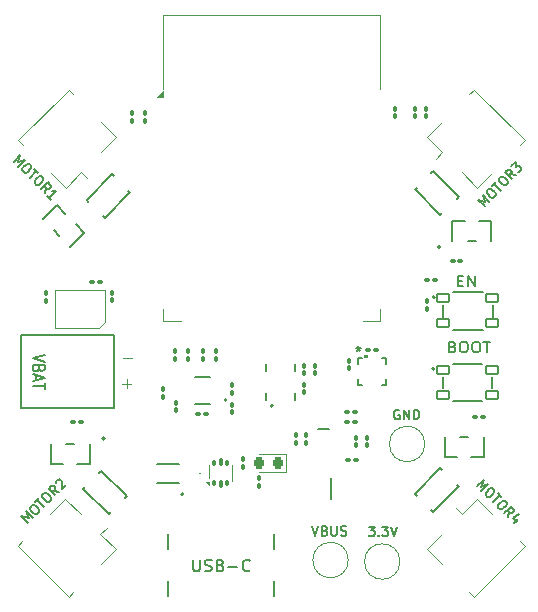
<source format=gto>
G04 #@! TF.GenerationSoftware,KiCad,Pcbnew,9.0.0*
G04 #@! TF.CreationDate,2025-04-10T22:34:47-07:00*
G04 #@! TF.ProjectId,HOPE_ESP32_Drone,484f5045-5f45-4535-9033-325f44726f6e,rev?*
G04 #@! TF.SameCoordinates,Original*
G04 #@! TF.FileFunction,Legend,Top*
G04 #@! TF.FilePolarity,Positive*
%FSLAX46Y46*%
G04 Gerber Fmt 4.6, Leading zero omitted, Abs format (unit mm)*
G04 Created by KiCad (PCBNEW 9.0.0) date 2025-04-10 22:34:47*
%MOMM*%
%LPD*%
G01*
G04 APERTURE LIST*
G04 Aperture macros list*
%AMRoundRect*
0 Rectangle with rounded corners*
0 $1 Rounding radius*
0 $2 $3 $4 $5 $6 $7 $8 $9 X,Y pos of 4 corners*
0 Add a 4 corners polygon primitive as box body*
4,1,4,$2,$3,$4,$5,$6,$7,$8,$9,$2,$3,0*
0 Add four circle primitives for the rounded corners*
1,1,$1+$1,$2,$3*
1,1,$1+$1,$4,$5*
1,1,$1+$1,$6,$7*
1,1,$1+$1,$8,$9*
0 Add four rect primitives between the rounded corners*
20,1,$1+$1,$2,$3,$4,$5,0*
20,1,$1+$1,$4,$5,$6,$7,0*
20,1,$1+$1,$6,$7,$8,$9,0*
20,1,$1+$1,$8,$9,$2,$3,0*%
%AMRotRect*
0 Rectangle, with rotation*
0 The origin of the aperture is its center*
0 $1 length*
0 $2 width*
0 $3 Rotation angle, in degrees counterclockwise*
0 Add horizontal line*
21,1,$1,$2,0,0,$3*%
G04 Aperture macros list end*
%ADD10C,0.100000*%
%ADD11C,0.150000*%
%ADD12C,0.200000*%
%ADD13C,0.120000*%
%ADD14C,0.152400*%
%ADD15C,0.127000*%
%ADD16C,0.000000*%
%ADD17C,0.010000*%
%ADD18RoundRect,0.218750X0.218750X0.256250X-0.218750X0.256250X-0.218750X-0.256250X0.218750X-0.256250X0*%
%ADD19RoundRect,0.100000X0.100000X-0.130000X0.100000X0.130000X-0.100000X0.130000X-0.100000X-0.130000X0*%
%ADD20C,1.320800*%
%ADD21RoundRect,0.100000X-0.100000X0.130000X-0.100000X-0.130000X0.100000X-0.130000X0.100000X0.130000X0*%
%ADD22RoundRect,0.150000X0.388909X-0.601041X0.601041X-0.388909X-0.388909X0.601041X-0.601041X0.388909X0*%
%ADD23RoundRect,0.250000X0.636396X-0.989949X0.989949X-0.636396X-0.636396X0.989949X-0.989949X0.636396X0*%
%ADD24R,0.660400X0.203200*%
%ADD25R,0.990600X1.600200*%
%ADD26RoundRect,0.100000X0.130000X0.100000X-0.130000X0.100000X-0.130000X-0.100000X0.130000X-0.100000X0*%
%ADD27RotRect,0.812800X1.041400X45.000000*%
%ADD28RoundRect,0.150000X-0.601041X-0.388909X-0.388909X-0.601041X0.601041X0.388909X0.388909X0.601041X0*%
%ADD29RoundRect,0.250000X-0.989949X-0.636396X-0.636396X-0.989949X0.989949X0.636396X0.636396X0.989949X0*%
%ADD30C,2.000000*%
%ADD31RotRect,0.812800X1.041400X225.000000*%
%ADD32RoundRect,0.100000X-0.130000X-0.100000X0.130000X-0.100000X0.130000X0.100000X-0.130000X0.100000X0*%
%ADD33R,1.000000X0.800000*%
%ADD34RoundRect,0.150000X0.601041X0.388909X0.388909X0.601041X-0.601041X-0.388909X-0.388909X-0.601041X0*%
%ADD35RoundRect,0.250000X0.989949X0.636396X0.636396X0.989949X-0.989949X-0.636396X-0.636396X-0.989949X0*%
%ADD36RotRect,0.558800X1.320800X315.000000*%
%ADD37R,0.558800X1.320800*%
%ADD38R,0.950000X0.300000*%
%ADD39R,0.910000X1.220000*%
%ADD40R,0.279400X0.254000*%
%ADD41R,0.254000X0.279400*%
%ADD42RoundRect,0.150000X-0.388909X0.601041X-0.601041X0.388909X0.388909X-0.601041X0.601041X-0.388909X0*%
%ADD43RoundRect,0.250000X-0.636396X0.989949X-0.989949X0.636396X0.636396X-0.989949X0.989949X-0.636396X0*%
%ADD44RoundRect,0.102000X-0.525000X-0.325000X0.525000X-0.325000X0.525000X0.325000X-0.525000X0.325000X0*%
%ADD45C,0.650000*%
%ADD46O,1.204000X2.304000*%
%ADD47O,1.204000X2.004000*%
%ADD48RoundRect,0.100000X0.021213X0.162635X-0.162635X-0.021213X-0.021213X-0.162635X0.162635X0.021213X0*%
%ADD49RoundRect,0.093750X0.093750X-0.156250X0.093750X0.156250X-0.093750X0.156250X-0.093750X-0.156250X0*%
%ADD50RoundRect,0.075000X0.075000X-0.250000X0.075000X0.250000X-0.075000X0.250000X-0.075000X-0.250000X0*%
%ADD51RotRect,0.812800X1.041400X135.000000*%
%ADD52RotRect,0.812800X1.041400X315.000000*%
%ADD53R,1.500000X0.900000*%
%ADD54R,0.900000X1.500000*%
%ADD55R,3.900000X3.900000*%
%ADD56R,1.200000X2.200000*%
G04 APERTURE END LIST*
D10*
X113994284Y-74192866D02*
X114756189Y-74192866D01*
D11*
X137378924Y-78588121D02*
X137301514Y-78549416D01*
X137301514Y-78549416D02*
X137185400Y-78549416D01*
X137185400Y-78549416D02*
X137069286Y-78588121D01*
X137069286Y-78588121D02*
X136991876Y-78665531D01*
X136991876Y-78665531D02*
X136953171Y-78742940D01*
X136953171Y-78742940D02*
X136914467Y-78897759D01*
X136914467Y-78897759D02*
X136914467Y-79013873D01*
X136914467Y-79013873D02*
X136953171Y-79168692D01*
X136953171Y-79168692D02*
X136991876Y-79246102D01*
X136991876Y-79246102D02*
X137069286Y-79323512D01*
X137069286Y-79323512D02*
X137185400Y-79362216D01*
X137185400Y-79362216D02*
X137262809Y-79362216D01*
X137262809Y-79362216D02*
X137378924Y-79323512D01*
X137378924Y-79323512D02*
X137417628Y-79284807D01*
X137417628Y-79284807D02*
X137417628Y-79013873D01*
X137417628Y-79013873D02*
X137262809Y-79013873D01*
X137765971Y-79362216D02*
X137765971Y-78549416D01*
X137765971Y-78549416D02*
X138230428Y-79362216D01*
X138230428Y-79362216D02*
X138230428Y-78549416D01*
X138617476Y-79362216D02*
X138617476Y-78549416D01*
X138617476Y-78549416D02*
X138811000Y-78549416D01*
X138811000Y-78549416D02*
X138927114Y-78588121D01*
X138927114Y-78588121D02*
X139004524Y-78665531D01*
X139004524Y-78665531D02*
X139043229Y-78742940D01*
X139043229Y-78742940D02*
X139081933Y-78897759D01*
X139081933Y-78897759D02*
X139081933Y-79013873D01*
X139081933Y-79013873D02*
X139043229Y-79168692D01*
X139043229Y-79168692D02*
X139004524Y-79246102D01*
X139004524Y-79246102D02*
X138927114Y-79323512D01*
X138927114Y-79323512D02*
X138811000Y-79362216D01*
X138811000Y-79362216D02*
X138617476Y-79362216D01*
D12*
X119927473Y-91221619D02*
X119927473Y-92031142D01*
X119927473Y-92031142D02*
X119975092Y-92126380D01*
X119975092Y-92126380D02*
X120022711Y-92174000D01*
X120022711Y-92174000D02*
X120117949Y-92221619D01*
X120117949Y-92221619D02*
X120308425Y-92221619D01*
X120308425Y-92221619D02*
X120403663Y-92174000D01*
X120403663Y-92174000D02*
X120451282Y-92126380D01*
X120451282Y-92126380D02*
X120498901Y-92031142D01*
X120498901Y-92031142D02*
X120498901Y-91221619D01*
X120927473Y-92174000D02*
X121070330Y-92221619D01*
X121070330Y-92221619D02*
X121308425Y-92221619D01*
X121308425Y-92221619D02*
X121403663Y-92174000D01*
X121403663Y-92174000D02*
X121451282Y-92126380D01*
X121451282Y-92126380D02*
X121498901Y-92031142D01*
X121498901Y-92031142D02*
X121498901Y-91935904D01*
X121498901Y-91935904D02*
X121451282Y-91840666D01*
X121451282Y-91840666D02*
X121403663Y-91793047D01*
X121403663Y-91793047D02*
X121308425Y-91745428D01*
X121308425Y-91745428D02*
X121117949Y-91697809D01*
X121117949Y-91697809D02*
X121022711Y-91650190D01*
X121022711Y-91650190D02*
X120975092Y-91602571D01*
X120975092Y-91602571D02*
X120927473Y-91507333D01*
X120927473Y-91507333D02*
X120927473Y-91412095D01*
X120927473Y-91412095D02*
X120975092Y-91316857D01*
X120975092Y-91316857D02*
X121022711Y-91269238D01*
X121022711Y-91269238D02*
X121117949Y-91221619D01*
X121117949Y-91221619D02*
X121356044Y-91221619D01*
X121356044Y-91221619D02*
X121498901Y-91269238D01*
X122260806Y-91697809D02*
X122403663Y-91745428D01*
X122403663Y-91745428D02*
X122451282Y-91793047D01*
X122451282Y-91793047D02*
X122498901Y-91888285D01*
X122498901Y-91888285D02*
X122498901Y-92031142D01*
X122498901Y-92031142D02*
X122451282Y-92126380D01*
X122451282Y-92126380D02*
X122403663Y-92174000D01*
X122403663Y-92174000D02*
X122308425Y-92221619D01*
X122308425Y-92221619D02*
X121927473Y-92221619D01*
X121927473Y-92221619D02*
X121927473Y-91221619D01*
X121927473Y-91221619D02*
X122260806Y-91221619D01*
X122260806Y-91221619D02*
X122356044Y-91269238D01*
X122356044Y-91269238D02*
X122403663Y-91316857D01*
X122403663Y-91316857D02*
X122451282Y-91412095D01*
X122451282Y-91412095D02*
X122451282Y-91507333D01*
X122451282Y-91507333D02*
X122403663Y-91602571D01*
X122403663Y-91602571D02*
X122356044Y-91650190D01*
X122356044Y-91650190D02*
X122260806Y-91697809D01*
X122260806Y-91697809D02*
X121927473Y-91697809D01*
X122927473Y-91840666D02*
X123689378Y-91840666D01*
X124736996Y-92126380D02*
X124689377Y-92174000D01*
X124689377Y-92174000D02*
X124546520Y-92221619D01*
X124546520Y-92221619D02*
X124451282Y-92221619D01*
X124451282Y-92221619D02*
X124308425Y-92174000D01*
X124308425Y-92174000D02*
X124213187Y-92078761D01*
X124213187Y-92078761D02*
X124165568Y-91983523D01*
X124165568Y-91983523D02*
X124117949Y-91793047D01*
X124117949Y-91793047D02*
X124117949Y-91650190D01*
X124117949Y-91650190D02*
X124165568Y-91459714D01*
X124165568Y-91459714D02*
X124213187Y-91364476D01*
X124213187Y-91364476D02*
X124308425Y-91269238D01*
X124308425Y-91269238D02*
X124451282Y-91221619D01*
X124451282Y-91221619D02*
X124546520Y-91221619D01*
X124546520Y-91221619D02*
X124689377Y-91269238D01*
X124689377Y-91269238D02*
X124736996Y-91316857D01*
D10*
X113943484Y-76351866D02*
X114705389Y-76351866D01*
X114324436Y-76732819D02*
X114324436Y-75970914D01*
D11*
X107352180Y-73875900D02*
X106352180Y-74172234D01*
X106352180Y-74172234D02*
X107352180Y-74468567D01*
X106875990Y-75061234D02*
X106828371Y-75188234D01*
X106828371Y-75188234D02*
X106780752Y-75230567D01*
X106780752Y-75230567D02*
X106685514Y-75272900D01*
X106685514Y-75272900D02*
X106542657Y-75272900D01*
X106542657Y-75272900D02*
X106447419Y-75230567D01*
X106447419Y-75230567D02*
X106399800Y-75188234D01*
X106399800Y-75188234D02*
X106352180Y-75103567D01*
X106352180Y-75103567D02*
X106352180Y-74764900D01*
X106352180Y-74764900D02*
X107352180Y-74764900D01*
X107352180Y-74764900D02*
X107352180Y-75061234D01*
X107352180Y-75061234D02*
X107304561Y-75145900D01*
X107304561Y-75145900D02*
X107256942Y-75188234D01*
X107256942Y-75188234D02*
X107161704Y-75230567D01*
X107161704Y-75230567D02*
X107066466Y-75230567D01*
X107066466Y-75230567D02*
X106971228Y-75188234D01*
X106971228Y-75188234D02*
X106923609Y-75145900D01*
X106923609Y-75145900D02*
X106875990Y-75061234D01*
X106875990Y-75061234D02*
X106875990Y-74764900D01*
X106637895Y-75611567D02*
X106637895Y-76034900D01*
X106352180Y-75526900D02*
X107352180Y-75823234D01*
X107352180Y-75823234D02*
X106352180Y-76119567D01*
X107352180Y-76288900D02*
X107352180Y-76796900D01*
X106352180Y-76542900D02*
X107352180Y-76542900D01*
X104744348Y-57563886D02*
X105319085Y-56989149D01*
X105319085Y-56989149D02*
X105100138Y-57591254D01*
X105100138Y-57591254D02*
X105702242Y-57372307D01*
X105702242Y-57372307D02*
X105127506Y-57947043D01*
X106085400Y-57755464D02*
X106194873Y-57864938D01*
X106194873Y-57864938D02*
X106222242Y-57947043D01*
X106222242Y-57947043D02*
X106222242Y-58056517D01*
X106222242Y-58056517D02*
X106140137Y-58193359D01*
X106140137Y-58193359D02*
X105948558Y-58384937D01*
X105948558Y-58384937D02*
X105811716Y-58467043D01*
X105811716Y-58467043D02*
X105702242Y-58467043D01*
X105702242Y-58467043D02*
X105620137Y-58439674D01*
X105620137Y-58439674D02*
X105510663Y-58330201D01*
X105510663Y-58330201D02*
X105483295Y-58248095D01*
X105483295Y-58248095D02*
X105483295Y-58138622D01*
X105483295Y-58138622D02*
X105565400Y-58001780D01*
X105565400Y-58001780D02*
X105756979Y-57810201D01*
X105756979Y-57810201D02*
X105893821Y-57728096D01*
X105893821Y-57728096D02*
X106003295Y-57728096D01*
X106003295Y-57728096D02*
X106085400Y-57755464D01*
X106495926Y-58165990D02*
X106824347Y-58494411D01*
X106085400Y-58904937D02*
X106660136Y-58330201D01*
X107125399Y-58795463D02*
X107234873Y-58904937D01*
X107234873Y-58904937D02*
X107262241Y-58987042D01*
X107262241Y-58987042D02*
X107262241Y-59096516D01*
X107262241Y-59096516D02*
X107180136Y-59233358D01*
X107180136Y-59233358D02*
X106988557Y-59424937D01*
X106988557Y-59424937D02*
X106851715Y-59507042D01*
X106851715Y-59507042D02*
X106742241Y-59507042D01*
X106742241Y-59507042D02*
X106660136Y-59479673D01*
X106660136Y-59479673D02*
X106550663Y-59370200D01*
X106550663Y-59370200D02*
X106523294Y-59288095D01*
X106523294Y-59288095D02*
X106523294Y-59178621D01*
X106523294Y-59178621D02*
X106605399Y-59041779D01*
X106605399Y-59041779D02*
X106796978Y-58850200D01*
X106796978Y-58850200D02*
X106933820Y-58768095D01*
X106933820Y-58768095D02*
X107043294Y-58768095D01*
X107043294Y-58768095D02*
X107125399Y-58795463D01*
X107371715Y-60191252D02*
X107453820Y-59725989D01*
X107043294Y-59862831D02*
X107618030Y-59288095D01*
X107618030Y-59288095D02*
X107836978Y-59507042D01*
X107836978Y-59507042D02*
X107864346Y-59589147D01*
X107864346Y-59589147D02*
X107864346Y-59643884D01*
X107864346Y-59643884D02*
X107836978Y-59725989D01*
X107836978Y-59725989D02*
X107754872Y-59808094D01*
X107754872Y-59808094D02*
X107672767Y-59835463D01*
X107672767Y-59835463D02*
X107618030Y-59835463D01*
X107618030Y-59835463D02*
X107535925Y-59808094D01*
X107535925Y-59808094D02*
X107316978Y-59589147D01*
X107919083Y-60738620D02*
X107590662Y-60410199D01*
X107754872Y-60574409D02*
X108329609Y-59999673D01*
X108329609Y-59999673D02*
X108192767Y-60027041D01*
X108192767Y-60027041D02*
X108083293Y-60027041D01*
X108083293Y-60027041D02*
X108001188Y-59999673D01*
X144635087Y-61320851D02*
X144060350Y-60746114D01*
X144060350Y-60746114D02*
X144662455Y-60965061D01*
X144662455Y-60965061D02*
X144443508Y-60362957D01*
X144443508Y-60362957D02*
X145018244Y-60937693D01*
X144826665Y-59979799D02*
X144936139Y-59870326D01*
X144936139Y-59870326D02*
X145018244Y-59842957D01*
X145018244Y-59842957D02*
X145127718Y-59842957D01*
X145127718Y-59842957D02*
X145264560Y-59925062D01*
X145264560Y-59925062D02*
X145456138Y-60116641D01*
X145456138Y-60116641D02*
X145538244Y-60253483D01*
X145538244Y-60253483D02*
X145538244Y-60362957D01*
X145538244Y-60362957D02*
X145510875Y-60445062D01*
X145510875Y-60445062D02*
X145401402Y-60554536D01*
X145401402Y-60554536D02*
X145319296Y-60581904D01*
X145319296Y-60581904D02*
X145209823Y-60581904D01*
X145209823Y-60581904D02*
X145072981Y-60499799D01*
X145072981Y-60499799D02*
X144881402Y-60308220D01*
X144881402Y-60308220D02*
X144799297Y-60171378D01*
X144799297Y-60171378D02*
X144799297Y-60061904D01*
X144799297Y-60061904D02*
X144826665Y-59979799D01*
X145237191Y-59569273D02*
X145565612Y-59240852D01*
X145976138Y-59979799D02*
X145401402Y-59405063D01*
X145866664Y-58939800D02*
X145976138Y-58830326D01*
X145976138Y-58830326D02*
X146058243Y-58802958D01*
X146058243Y-58802958D02*
X146167717Y-58802958D01*
X146167717Y-58802958D02*
X146304559Y-58885063D01*
X146304559Y-58885063D02*
X146496138Y-59076642D01*
X146496138Y-59076642D02*
X146578243Y-59213484D01*
X146578243Y-59213484D02*
X146578243Y-59322958D01*
X146578243Y-59322958D02*
X146550874Y-59405063D01*
X146550874Y-59405063D02*
X146441401Y-59514536D01*
X146441401Y-59514536D02*
X146359296Y-59541905D01*
X146359296Y-59541905D02*
X146249822Y-59541905D01*
X146249822Y-59541905D02*
X146112980Y-59459800D01*
X146112980Y-59459800D02*
X145921401Y-59268221D01*
X145921401Y-59268221D02*
X145839296Y-59131379D01*
X145839296Y-59131379D02*
X145839296Y-59021905D01*
X145839296Y-59021905D02*
X145866664Y-58939800D01*
X147262453Y-58693484D02*
X146797190Y-58611379D01*
X146934032Y-59021905D02*
X146359296Y-58447169D01*
X146359296Y-58447169D02*
X146578243Y-58228221D01*
X146578243Y-58228221D02*
X146660348Y-58200853D01*
X146660348Y-58200853D02*
X146715085Y-58200853D01*
X146715085Y-58200853D02*
X146797190Y-58228221D01*
X146797190Y-58228221D02*
X146879295Y-58310327D01*
X146879295Y-58310327D02*
X146906664Y-58392432D01*
X146906664Y-58392432D02*
X146906664Y-58447169D01*
X146906664Y-58447169D02*
X146879295Y-58529274D01*
X146879295Y-58529274D02*
X146660348Y-58748221D01*
X146879295Y-57927169D02*
X147235084Y-57571380D01*
X147235084Y-57571380D02*
X147262453Y-57981906D01*
X147262453Y-57981906D02*
X147344558Y-57899801D01*
X147344558Y-57899801D02*
X147426663Y-57872432D01*
X147426663Y-57872432D02*
X147481400Y-57872432D01*
X147481400Y-57872432D02*
X147563505Y-57899801D01*
X147563505Y-57899801D02*
X147700347Y-58036643D01*
X147700347Y-58036643D02*
X147727716Y-58118748D01*
X147727716Y-58118748D02*
X147727716Y-58173485D01*
X147727716Y-58173485D02*
X147700347Y-58255590D01*
X147700347Y-58255590D02*
X147536137Y-58419800D01*
X147536137Y-58419800D02*
X147454032Y-58447169D01*
X147454032Y-58447169D02*
X147399295Y-58447169D01*
X134791752Y-88430016D02*
X135294914Y-88430016D01*
X135294914Y-88430016D02*
X135023980Y-88739654D01*
X135023980Y-88739654D02*
X135140095Y-88739654D01*
X135140095Y-88739654D02*
X135217504Y-88778359D01*
X135217504Y-88778359D02*
X135256209Y-88817064D01*
X135256209Y-88817064D02*
X135294914Y-88894473D01*
X135294914Y-88894473D02*
X135294914Y-89087997D01*
X135294914Y-89087997D02*
X135256209Y-89165407D01*
X135256209Y-89165407D02*
X135217504Y-89204112D01*
X135217504Y-89204112D02*
X135140095Y-89242816D01*
X135140095Y-89242816D02*
X134907866Y-89242816D01*
X134907866Y-89242816D02*
X134830457Y-89204112D01*
X134830457Y-89204112D02*
X134791752Y-89165407D01*
X135643256Y-89165407D02*
X135681961Y-89204112D01*
X135681961Y-89204112D02*
X135643256Y-89242816D01*
X135643256Y-89242816D02*
X135604552Y-89204112D01*
X135604552Y-89204112D02*
X135643256Y-89165407D01*
X135643256Y-89165407D02*
X135643256Y-89242816D01*
X135952895Y-88430016D02*
X136456057Y-88430016D01*
X136456057Y-88430016D02*
X136185123Y-88739654D01*
X136185123Y-88739654D02*
X136301238Y-88739654D01*
X136301238Y-88739654D02*
X136378647Y-88778359D01*
X136378647Y-88778359D02*
X136417352Y-88817064D01*
X136417352Y-88817064D02*
X136456057Y-88894473D01*
X136456057Y-88894473D02*
X136456057Y-89087997D01*
X136456057Y-89087997D02*
X136417352Y-89165407D01*
X136417352Y-89165407D02*
X136378647Y-89204112D01*
X136378647Y-89204112D02*
X136301238Y-89242816D01*
X136301238Y-89242816D02*
X136069009Y-89242816D01*
X136069009Y-89242816D02*
X135991600Y-89204112D01*
X135991600Y-89204112D02*
X135952895Y-89165407D01*
X136688285Y-88430016D02*
X136959218Y-89242816D01*
X136959218Y-89242816D02*
X137230152Y-88430016D01*
X105976286Y-88092451D02*
X105401549Y-87517714D01*
X105401549Y-87517714D02*
X106003654Y-87736661D01*
X106003654Y-87736661D02*
X105784707Y-87134557D01*
X105784707Y-87134557D02*
X106359443Y-87709293D01*
X106167864Y-86751399D02*
X106277338Y-86641926D01*
X106277338Y-86641926D02*
X106359443Y-86614557D01*
X106359443Y-86614557D02*
X106468917Y-86614557D01*
X106468917Y-86614557D02*
X106605759Y-86696662D01*
X106605759Y-86696662D02*
X106797337Y-86888241D01*
X106797337Y-86888241D02*
X106879443Y-87025083D01*
X106879443Y-87025083D02*
X106879443Y-87134557D01*
X106879443Y-87134557D02*
X106852074Y-87216662D01*
X106852074Y-87216662D02*
X106742601Y-87326136D01*
X106742601Y-87326136D02*
X106660495Y-87353504D01*
X106660495Y-87353504D02*
X106551022Y-87353504D01*
X106551022Y-87353504D02*
X106414180Y-87271399D01*
X106414180Y-87271399D02*
X106222601Y-87079820D01*
X106222601Y-87079820D02*
X106140496Y-86942978D01*
X106140496Y-86942978D02*
X106140496Y-86833504D01*
X106140496Y-86833504D02*
X106167864Y-86751399D01*
X106578390Y-86340873D02*
X106906811Y-86012452D01*
X107317337Y-86751399D02*
X106742601Y-86176663D01*
X107207863Y-85711400D02*
X107317337Y-85601926D01*
X107317337Y-85601926D02*
X107399442Y-85574558D01*
X107399442Y-85574558D02*
X107508916Y-85574558D01*
X107508916Y-85574558D02*
X107645758Y-85656663D01*
X107645758Y-85656663D02*
X107837337Y-85848242D01*
X107837337Y-85848242D02*
X107919442Y-85985084D01*
X107919442Y-85985084D02*
X107919442Y-86094558D01*
X107919442Y-86094558D02*
X107892073Y-86176663D01*
X107892073Y-86176663D02*
X107782600Y-86286136D01*
X107782600Y-86286136D02*
X107700495Y-86313505D01*
X107700495Y-86313505D02*
X107591021Y-86313505D01*
X107591021Y-86313505D02*
X107454179Y-86231400D01*
X107454179Y-86231400D02*
X107262600Y-86039821D01*
X107262600Y-86039821D02*
X107180495Y-85902979D01*
X107180495Y-85902979D02*
X107180495Y-85793505D01*
X107180495Y-85793505D02*
X107207863Y-85711400D01*
X108603652Y-85465084D02*
X108138389Y-85382979D01*
X108275231Y-85793505D02*
X107700495Y-85218769D01*
X107700495Y-85218769D02*
X107919442Y-84999821D01*
X107919442Y-84999821D02*
X108001547Y-84972453D01*
X108001547Y-84972453D02*
X108056284Y-84972453D01*
X108056284Y-84972453D02*
X108138389Y-84999821D01*
X108138389Y-84999821D02*
X108220494Y-85081927D01*
X108220494Y-85081927D02*
X108247863Y-85164032D01*
X108247863Y-85164032D02*
X108247863Y-85218769D01*
X108247863Y-85218769D02*
X108220494Y-85300874D01*
X108220494Y-85300874D02*
X108001547Y-85519821D01*
X108302599Y-84726137D02*
X108302599Y-84671401D01*
X108302599Y-84671401D02*
X108329968Y-84589295D01*
X108329968Y-84589295D02*
X108466810Y-84452453D01*
X108466810Y-84452453D02*
X108548915Y-84425085D01*
X108548915Y-84425085D02*
X108603652Y-84425085D01*
X108603652Y-84425085D02*
X108685757Y-84452453D01*
X108685757Y-84452453D02*
X108740494Y-84507190D01*
X108740494Y-84507190D02*
X108795231Y-84616664D01*
X108795231Y-84616664D02*
X108795231Y-85273505D01*
X108795231Y-85273505D02*
X109151020Y-84917716D01*
X133920801Y-73165619D02*
X133920801Y-73403714D01*
X133682706Y-73308476D02*
X133920801Y-73403714D01*
X133920801Y-73403714D02*
X134158896Y-73308476D01*
X133777944Y-73594190D02*
X133920801Y-73403714D01*
X133920801Y-73403714D02*
X134063658Y-73594190D01*
X143961948Y-85021286D02*
X144536685Y-84446549D01*
X144536685Y-84446549D02*
X144317738Y-85048654D01*
X144317738Y-85048654D02*
X144919842Y-84829707D01*
X144919842Y-84829707D02*
X144345106Y-85404443D01*
X145303000Y-85212864D02*
X145412473Y-85322338D01*
X145412473Y-85322338D02*
X145439842Y-85404443D01*
X145439842Y-85404443D02*
X145439842Y-85513917D01*
X145439842Y-85513917D02*
X145357737Y-85650759D01*
X145357737Y-85650759D02*
X145166158Y-85842337D01*
X145166158Y-85842337D02*
X145029316Y-85924443D01*
X145029316Y-85924443D02*
X144919842Y-85924443D01*
X144919842Y-85924443D02*
X144837737Y-85897074D01*
X144837737Y-85897074D02*
X144728263Y-85787601D01*
X144728263Y-85787601D02*
X144700895Y-85705495D01*
X144700895Y-85705495D02*
X144700895Y-85596022D01*
X144700895Y-85596022D02*
X144783000Y-85459180D01*
X144783000Y-85459180D02*
X144974579Y-85267601D01*
X144974579Y-85267601D02*
X145111421Y-85185496D01*
X145111421Y-85185496D02*
X145220895Y-85185496D01*
X145220895Y-85185496D02*
X145303000Y-85212864D01*
X145713526Y-85623390D02*
X146041947Y-85951811D01*
X145303000Y-86362337D02*
X145877736Y-85787601D01*
X146342999Y-86252863D02*
X146452473Y-86362337D01*
X146452473Y-86362337D02*
X146479841Y-86444442D01*
X146479841Y-86444442D02*
X146479841Y-86553916D01*
X146479841Y-86553916D02*
X146397736Y-86690758D01*
X146397736Y-86690758D02*
X146206157Y-86882337D01*
X146206157Y-86882337D02*
X146069315Y-86964442D01*
X146069315Y-86964442D02*
X145959841Y-86964442D01*
X145959841Y-86964442D02*
X145877736Y-86937073D01*
X145877736Y-86937073D02*
X145768263Y-86827600D01*
X145768263Y-86827600D02*
X145740894Y-86745495D01*
X145740894Y-86745495D02*
X145740894Y-86636021D01*
X145740894Y-86636021D02*
X145822999Y-86499179D01*
X145822999Y-86499179D02*
X146014578Y-86307600D01*
X146014578Y-86307600D02*
X146151420Y-86225495D01*
X146151420Y-86225495D02*
X146260894Y-86225495D01*
X146260894Y-86225495D02*
X146342999Y-86252863D01*
X146589315Y-87648652D02*
X146671420Y-87183389D01*
X146260894Y-87320231D02*
X146835630Y-86745495D01*
X146835630Y-86745495D02*
X147054578Y-86964442D01*
X147054578Y-86964442D02*
X147081946Y-87046547D01*
X147081946Y-87046547D02*
X147081946Y-87101284D01*
X147081946Y-87101284D02*
X147054578Y-87183389D01*
X147054578Y-87183389D02*
X146972472Y-87265494D01*
X146972472Y-87265494D02*
X146890367Y-87292863D01*
X146890367Y-87292863D02*
X146835630Y-87292863D01*
X146835630Y-87292863D02*
X146753525Y-87265494D01*
X146753525Y-87265494D02*
X146534578Y-87046547D01*
X147465104Y-87758125D02*
X147081946Y-88141283D01*
X147547209Y-87402336D02*
X146999841Y-87676020D01*
X146999841Y-87676020D02*
X147355630Y-88031809D01*
X142338931Y-67628802D02*
X142672794Y-67628802D01*
X142815879Y-68094469D02*
X142338931Y-68094469D01*
X142338931Y-68094469D02*
X142338931Y-67205469D01*
X142338931Y-67205469D02*
X142815879Y-67205469D01*
X143245132Y-68094469D02*
X143245132Y-67205469D01*
X143245132Y-67205469D02*
X143817469Y-68094469D01*
X143817469Y-68094469D02*
X143817469Y-67205469D01*
X141896697Y-73216802D02*
X142039782Y-73259136D01*
X142039782Y-73259136D02*
X142087476Y-73301469D01*
X142087476Y-73301469D02*
X142135171Y-73386136D01*
X142135171Y-73386136D02*
X142135171Y-73513136D01*
X142135171Y-73513136D02*
X142087476Y-73597802D01*
X142087476Y-73597802D02*
X142039782Y-73640136D01*
X142039782Y-73640136D02*
X141944392Y-73682469D01*
X141944392Y-73682469D02*
X141562834Y-73682469D01*
X141562834Y-73682469D02*
X141562834Y-72793469D01*
X141562834Y-72793469D02*
X141896697Y-72793469D01*
X141896697Y-72793469D02*
X141992087Y-72835802D01*
X141992087Y-72835802D02*
X142039782Y-72878136D01*
X142039782Y-72878136D02*
X142087476Y-72962802D01*
X142087476Y-72962802D02*
X142087476Y-73047469D01*
X142087476Y-73047469D02*
X142039782Y-73132136D01*
X142039782Y-73132136D02*
X141992087Y-73174469D01*
X141992087Y-73174469D02*
X141896697Y-73216802D01*
X141896697Y-73216802D02*
X141562834Y-73216802D01*
X142755204Y-72793469D02*
X142945983Y-72793469D01*
X142945983Y-72793469D02*
X143041373Y-72835802D01*
X143041373Y-72835802D02*
X143136762Y-72920469D01*
X143136762Y-72920469D02*
X143184457Y-73089802D01*
X143184457Y-73089802D02*
X143184457Y-73386136D01*
X143184457Y-73386136D02*
X143136762Y-73555469D01*
X143136762Y-73555469D02*
X143041373Y-73640136D01*
X143041373Y-73640136D02*
X142945983Y-73682469D01*
X142945983Y-73682469D02*
X142755204Y-73682469D01*
X142755204Y-73682469D02*
X142659814Y-73640136D01*
X142659814Y-73640136D02*
X142564425Y-73555469D01*
X142564425Y-73555469D02*
X142516730Y-73386136D01*
X142516730Y-73386136D02*
X142516730Y-73089802D01*
X142516730Y-73089802D02*
X142564425Y-72920469D01*
X142564425Y-72920469D02*
X142659814Y-72835802D01*
X142659814Y-72835802D02*
X142755204Y-72793469D01*
X143804490Y-72793469D02*
X143995269Y-72793469D01*
X143995269Y-72793469D02*
X144090659Y-72835802D01*
X144090659Y-72835802D02*
X144186048Y-72920469D01*
X144186048Y-72920469D02*
X144233743Y-73089802D01*
X144233743Y-73089802D02*
X144233743Y-73386136D01*
X144233743Y-73386136D02*
X144186048Y-73555469D01*
X144186048Y-73555469D02*
X144090659Y-73640136D01*
X144090659Y-73640136D02*
X143995269Y-73682469D01*
X143995269Y-73682469D02*
X143804490Y-73682469D01*
X143804490Y-73682469D02*
X143709100Y-73640136D01*
X143709100Y-73640136D02*
X143613711Y-73555469D01*
X143613711Y-73555469D02*
X143566016Y-73386136D01*
X143566016Y-73386136D02*
X143566016Y-73089802D01*
X143566016Y-73089802D02*
X143613711Y-72920469D01*
X143613711Y-72920469D02*
X143709100Y-72835802D01*
X143709100Y-72835802D02*
X143804490Y-72793469D01*
X144519912Y-72793469D02*
X145092250Y-72793469D01*
X144806081Y-73682469D02*
X144806081Y-72793469D01*
X130005666Y-88379216D02*
X130276599Y-89192016D01*
X130276599Y-89192016D02*
X130547533Y-88379216D01*
X131089400Y-88766264D02*
X131205514Y-88804969D01*
X131205514Y-88804969D02*
X131244219Y-88843673D01*
X131244219Y-88843673D02*
X131282923Y-88921083D01*
X131282923Y-88921083D02*
X131282923Y-89037197D01*
X131282923Y-89037197D02*
X131244219Y-89114607D01*
X131244219Y-89114607D02*
X131205514Y-89153312D01*
X131205514Y-89153312D02*
X131128104Y-89192016D01*
X131128104Y-89192016D02*
X130818466Y-89192016D01*
X130818466Y-89192016D02*
X130818466Y-88379216D01*
X130818466Y-88379216D02*
X131089400Y-88379216D01*
X131089400Y-88379216D02*
X131166809Y-88417921D01*
X131166809Y-88417921D02*
X131205514Y-88456626D01*
X131205514Y-88456626D02*
X131244219Y-88534035D01*
X131244219Y-88534035D02*
X131244219Y-88611445D01*
X131244219Y-88611445D02*
X131205514Y-88688854D01*
X131205514Y-88688854D02*
X131166809Y-88727559D01*
X131166809Y-88727559D02*
X131089400Y-88766264D01*
X131089400Y-88766264D02*
X130818466Y-88766264D01*
X131631266Y-88379216D02*
X131631266Y-89037197D01*
X131631266Y-89037197D02*
X131669971Y-89114607D01*
X131669971Y-89114607D02*
X131708676Y-89153312D01*
X131708676Y-89153312D02*
X131786085Y-89192016D01*
X131786085Y-89192016D02*
X131940904Y-89192016D01*
X131940904Y-89192016D02*
X132018314Y-89153312D01*
X132018314Y-89153312D02*
X132057019Y-89114607D01*
X132057019Y-89114607D02*
X132095723Y-89037197D01*
X132095723Y-89037197D02*
X132095723Y-88379216D01*
X132444067Y-89153312D02*
X132560181Y-89192016D01*
X132560181Y-89192016D02*
X132753705Y-89192016D01*
X132753705Y-89192016D02*
X132831114Y-89153312D01*
X132831114Y-89153312D02*
X132869819Y-89114607D01*
X132869819Y-89114607D02*
X132908524Y-89037197D01*
X132908524Y-89037197D02*
X132908524Y-88959788D01*
X132908524Y-88959788D02*
X132869819Y-88882378D01*
X132869819Y-88882378D02*
X132831114Y-88843673D01*
X132831114Y-88843673D02*
X132753705Y-88804969D01*
X132753705Y-88804969D02*
X132598886Y-88766264D01*
X132598886Y-88766264D02*
X132521476Y-88727559D01*
X132521476Y-88727559D02*
X132482771Y-88688854D01*
X132482771Y-88688854D02*
X132444067Y-88611445D01*
X132444067Y-88611445D02*
X132444067Y-88534035D01*
X132444067Y-88534035D02*
X132482771Y-88456626D01*
X132482771Y-88456626D02*
X132521476Y-88417921D01*
X132521476Y-88417921D02*
X132598886Y-88379216D01*
X132598886Y-88379216D02*
X132792409Y-88379216D01*
X132792409Y-88379216D02*
X132908524Y-88417921D01*
D13*
G04 #@! TO.C,D8*
X125539600Y-83767600D02*
X127824600Y-83767600D01*
X127824600Y-82297600D02*
X125539600Y-82297600D01*
X127824600Y-83767600D02*
X127824600Y-82297600D01*
D14*
G04 #@! TO.C,VBAT*
X105348400Y-72237600D02*
X105348400Y-78384400D01*
X105348400Y-78384400D02*
X113197000Y-78384400D01*
X113197000Y-72237600D02*
X105348400Y-72237600D01*
X113197000Y-78384400D02*
X113197000Y-72237600D01*
D15*
G04 #@! TO.C,MT1*
X126082100Y-74700000D02*
X126137100Y-74700000D01*
X126082100Y-75255000D02*
X126082100Y-74700000D01*
X126082100Y-77700000D02*
X126082100Y-77145000D01*
X126137100Y-77700000D02*
X126082100Y-77700000D01*
X128582100Y-74700000D02*
X128527100Y-74700000D01*
X128582100Y-74700000D02*
X128582100Y-75255000D01*
X128582100Y-77145000D02*
X128582100Y-77700000D01*
X128582100Y-77700000D02*
X128527100Y-77700000D01*
D12*
X126682100Y-78200000D02*
G75*
G02*
X126482100Y-78200000I-100000J0D01*
G01*
X126482100Y-78200000D02*
G75*
G02*
X126682100Y-78200000I100000J0D01*
G01*
D13*
G04 #@! TO.C,MOTOR1*
X105124363Y-55720902D02*
X109416502Y-51428763D01*
X105513272Y-56109810D02*
X105124363Y-55720902D01*
X107860867Y-58457405D02*
X109133659Y-59730197D01*
X109133659Y-59730197D02*
X110441806Y-58422050D01*
X109416502Y-51428763D02*
X109805410Y-51817672D01*
X110441806Y-58422050D02*
X110965065Y-58945309D01*
X112153005Y-54165267D02*
X113425797Y-55438059D01*
X113425797Y-55438059D02*
X112117650Y-56746206D01*
D14*
G04 #@! TO.C,U4*
X120135372Y-78092300D02*
X121374178Y-78092300D01*
X121374178Y-75730100D02*
X120135372Y-75730100D01*
X122767725Y-77711300D02*
G75*
G02*
X122564525Y-77711300I-101600J0D01*
G01*
X122564525Y-77711300D02*
G75*
G02*
X122767725Y-77711300I101600J0D01*
G01*
G04 #@! TO.C,CR3*
X138722647Y-85658309D02*
X138882496Y-85818158D01*
X140089442Y-87025104D02*
X140249291Y-87184953D01*
X140249291Y-87184953D02*
X142404553Y-85029691D01*
X140877909Y-83503047D02*
X138722647Y-85658309D01*
X141037758Y-83662896D02*
X140877909Y-83503047D01*
X142404553Y-85029691D02*
X142244704Y-84869842D01*
D13*
G04 #@! TO.C,MOTOR3*
X139707252Y-55446431D02*
X141015399Y-56754578D01*
X140980044Y-54173639D02*
X139707252Y-55446431D01*
X141015399Y-56754578D02*
X140492140Y-57277837D01*
X143327639Y-51826044D02*
X143716547Y-51437135D01*
X143716547Y-51437135D02*
X148008686Y-55729274D01*
X143999390Y-59738569D02*
X142691243Y-58430422D01*
X145272182Y-58465777D02*
X143999390Y-59738569D01*
X148008686Y-55729274D02*
X147619777Y-56118182D01*
G04 #@! TO.C,3.3V*
X137440800Y-91389200D02*
G75*
G02*
X134440800Y-91389200I-1500000J0D01*
G01*
X134440800Y-91389200D02*
G75*
G02*
X137440800Y-91389200I1500000J0D01*
G01*
D14*
G04 #@! TO.C,CR1*
X110909647Y-60766309D02*
X111069496Y-60926158D01*
X112276442Y-62133104D02*
X112436291Y-62292953D01*
X112436291Y-62292953D02*
X114591553Y-60137691D01*
X113064909Y-58611047D02*
X110909647Y-60766309D01*
X113224758Y-58770896D02*
X113064909Y-58611047D01*
X114591553Y-60137691D02*
X114431704Y-59977842D01*
D13*
G04 #@! TO.C,D1*
X108243000Y-68416600D02*
X108243000Y-71616600D01*
X111943000Y-71616600D02*
X108243000Y-71616600D01*
X112443000Y-68416600D02*
X108243000Y-68416600D01*
X112443000Y-68416600D02*
X112443000Y-71116600D01*
X112443000Y-71116600D02*
X111943000Y-71616600D01*
G04 #@! TO.C,MOTOR2*
X105098963Y-90075099D02*
X105487872Y-89686191D01*
X107835467Y-87338596D02*
X109108259Y-86065804D01*
X109108259Y-86065804D02*
X110416406Y-87373951D01*
X109391102Y-94367238D02*
X105098963Y-90075099D01*
X109780010Y-93978329D02*
X109391102Y-94367238D01*
X112092250Y-89049795D02*
X112615509Y-88526536D01*
X112127605Y-91630734D02*
X113400397Y-90357942D01*
X113400397Y-90357942D02*
X112092250Y-89049795D01*
D14*
G04 #@! TO.C,MOSFET1*
X108146103Y-63314136D02*
X108618464Y-63786497D01*
X108382283Y-61215450D02*
X107214850Y-62382883D01*
X109116868Y-61950035D02*
X108382283Y-61215450D01*
X109549717Y-64717750D02*
X110717150Y-63550317D01*
X110717150Y-63550317D02*
X109982565Y-62815732D01*
G04 #@! TO.C,MOSFET2*
X107873800Y-81470500D02*
X107873800Y-83121500D01*
X107873800Y-83121500D02*
X108912660Y-83121500D01*
X109858810Y-81470500D02*
X109190790Y-81470500D01*
X110136940Y-83121500D02*
X111175800Y-83121500D01*
X111175800Y-83121500D02*
X111175800Y-81470500D01*
X112445800Y-80975200D02*
G75*
G02*
X112191800Y-80975200I-127000J0D01*
G01*
X112191800Y-80975200D02*
G75*
G02*
X112445800Y-80975200I127000J0D01*
G01*
D12*
G04 #@! TO.C,IC2*
X130479600Y-80161000D02*
X131429600Y-80161000D01*
G04 #@! TO.C,D3*
X118772600Y-83096600D02*
X116888600Y-83096600D01*
X118772600Y-84746600D02*
X116888600Y-84746600D01*
D10*
X120430600Y-83921600D02*
X120430600Y-83921600D01*
X120530600Y-83921600D02*
X120530600Y-83921600D01*
X120430600Y-83921600D02*
G75*
G02*
X120530600Y-83921600I50000J0D01*
G01*
X120530600Y-83921600D02*
G75*
G02*
X120430600Y-83921600I-50000J0D01*
G01*
D14*
G04 #@! TO.C,U7*
X133925500Y-74155300D02*
X133925500Y-74692220D01*
X133925500Y-75929780D02*
X133925500Y-76466700D01*
X133925500Y-76466700D02*
X134212420Y-76466700D01*
X134212420Y-74155300D02*
X133925500Y-74155300D01*
X135949980Y-76466700D02*
X136236900Y-76466700D01*
X136236900Y-74155300D02*
X135949980Y-74155300D01*
X136236900Y-74692220D02*
X136236900Y-74155300D01*
X136236900Y-76466700D02*
X136236900Y-75929780D01*
D16*
G36*
X134771701Y-74129900D02*
G01*
X134390701Y-74129900D01*
X134390701Y-73875900D01*
X134771701Y-73875900D01*
X134771701Y-74129900D01*
G37*
D13*
G04 #@! TO.C,MOTOR4*
X139710604Y-90357942D02*
X141018751Y-89049795D01*
X140983396Y-91630734D02*
X139710604Y-90357942D01*
X142694595Y-87373951D02*
X142171336Y-86850692D01*
X143719899Y-94367238D02*
X143330991Y-93978329D01*
X144002742Y-86065804D02*
X142694595Y-87373951D01*
X145275534Y-87338596D02*
X144002742Y-86065804D01*
X147623129Y-89686191D02*
X148012038Y-90075099D01*
X148012038Y-90075099D02*
X143719899Y-94367238D01*
D15*
G04 #@! TO.C,EN*
X141097400Y-69646600D02*
X141097400Y-70646600D01*
X141947400Y-68546600D02*
X144447400Y-68546600D01*
X141947400Y-71746600D02*
X144447400Y-71746600D01*
X145297400Y-69646600D02*
X145297400Y-70646600D01*
X140409203Y-68996600D02*
G75*
G02*
X140185597Y-68996600I-111803J0D01*
G01*
X140185597Y-68996600D02*
G75*
G02*
X140409203Y-68996600I111803J0D01*
G01*
X140397400Y-68996600D02*
G75*
G02*
X140297400Y-68996600I-50000J0D01*
G01*
X140297400Y-68996600D02*
G75*
G02*
X140397400Y-68996600I50000J0D01*
G01*
D13*
G04 #@! TO.C,TP3*
X139549000Y-81432400D02*
G75*
G02*
X136549000Y-81432400I-1500000J0D01*
G01*
X136549000Y-81432400D02*
G75*
G02*
X139549000Y-81432400I1500000J0D01*
G01*
D12*
G04 #@! TO.C,J7*
X117805600Y-89044000D02*
X117805600Y-90294000D01*
X117805600Y-93014000D02*
X117805600Y-94294000D01*
X126745600Y-89044000D02*
X126745600Y-90294000D01*
X126745600Y-94294000D02*
X126745600Y-93014000D01*
X119125600Y-85694000D02*
G75*
G02*
X118925600Y-85694000I-100000J0D01*
G01*
X118925600Y-85694000D02*
G75*
G02*
X119125600Y-85694000I100000J0D01*
G01*
D15*
G04 #@! TO.C,BOOT*
X141078352Y-75725400D02*
X141078352Y-76725400D01*
X141928352Y-74625400D02*
X144428352Y-74625400D01*
X141928352Y-77825400D02*
X144428352Y-77825400D01*
X145278352Y-75725400D02*
X145278352Y-76725400D01*
X140390155Y-75075400D02*
G75*
G02*
X140166549Y-75075400I-111803J0D01*
G01*
X140166549Y-75075400D02*
G75*
G02*
X140390155Y-75075400I111803J0D01*
G01*
X140378352Y-75075400D02*
G75*
G02*
X140278352Y-75075400I-50000J0D01*
G01*
X140278352Y-75075400D02*
G75*
G02*
X140378352Y-75075400I50000J0D01*
G01*
D13*
G04 #@! TO.C,U2*
X121285600Y-83246200D02*
X121285600Y-84296200D01*
X123265600Y-83246200D02*
X123265600Y-84546200D01*
X121285600Y-84946200D02*
X121005600Y-84666200D01*
X121285600Y-84666200D01*
X121285600Y-84946200D01*
G36*
X121285600Y-84946200D02*
G01*
X121005600Y-84666200D01*
X121285600Y-84666200D01*
X121285600Y-84946200D01*
G37*
D14*
G04 #@! TO.C,MOSFET3*
X141884400Y-62598300D02*
X141884400Y-64249300D01*
X142923260Y-62598300D02*
X141884400Y-62598300D01*
X143201390Y-64249300D02*
X143869410Y-64249300D01*
X145186400Y-62598300D02*
X144147540Y-62598300D01*
X145186400Y-64249300D02*
X145186400Y-62598300D01*
X140868400Y-64744600D02*
G75*
G02*
X140614400Y-64744600I-127000J0D01*
G01*
X140614400Y-64744600D02*
G75*
G02*
X140868400Y-64744600I127000J0D01*
G01*
G04 #@! TO.C,CR2*
X110630247Y-85232891D02*
X112785509Y-87388153D01*
X110790096Y-85073042D02*
X110630247Y-85232891D01*
X112156891Y-83706247D02*
X111997042Y-83866096D01*
X112785509Y-87388153D02*
X112945358Y-87228304D01*
X114152304Y-86021358D02*
X114312153Y-85861509D01*
X114312153Y-85861509D02*
X112156891Y-83706247D01*
G04 #@! TO.C,CR4*
X138722647Y-59883691D02*
X140877909Y-62038953D01*
X138882496Y-59723842D02*
X138722647Y-59883691D01*
X140249291Y-58357047D02*
X140089442Y-58516896D01*
X140877909Y-62038953D02*
X141037758Y-61879104D01*
X142244704Y-60672158D02*
X142404553Y-60512309D01*
X142404553Y-60512309D02*
X140249291Y-58357047D01*
D13*
G04 #@! TO.C,U1*
X117386000Y-45148000D02*
X117386000Y-51348000D01*
X117386000Y-45148000D02*
X135786000Y-45148000D01*
X117386000Y-69998000D02*
X117386000Y-70998000D01*
X117386000Y-70998000D02*
X118886000Y-70998000D01*
X135786000Y-45148000D02*
X135786000Y-51348000D01*
X135786000Y-70998000D02*
X134286000Y-70998000D01*
X135786000Y-70998000D02*
X135786000Y-69998000D01*
X117386000Y-52023000D02*
X116886000Y-52023000D01*
X117386000Y-51523000D01*
X117386000Y-52023000D01*
G36*
X117386000Y-52023000D02*
G01*
X116886000Y-52023000D01*
X117386000Y-51523000D01*
X117386000Y-52023000D01*
G37*
D12*
G04 #@! TO.C,L2*
X131589600Y-84291600D02*
X131589600Y-86091600D01*
D14*
G04 #@! TO.C,MOSFET4*
X141224000Y-80860900D02*
X141224000Y-82511900D01*
X141224000Y-82511900D02*
X142262860Y-82511900D01*
X143209010Y-80860900D02*
X142540990Y-80860900D01*
X143487140Y-82511900D02*
X144526000Y-82511900D01*
X144526000Y-82511900D02*
X144526000Y-80860900D01*
D13*
G04 #@! TO.C,VBUS*
X133072000Y-91262200D02*
G75*
G02*
X130072000Y-91262200I-1500000J0D01*
G01*
X130072000Y-91262200D02*
G75*
G02*
X133072000Y-91262200I1500000J0D01*
G01*
G04 #@! TD*
%LPC*%
D17*
G04 #@! TO.C,MT1*
X126707100Y-75875000D02*
X126132100Y-75875000D01*
X126132100Y-75525000D01*
X126707100Y-75525000D01*
X126707100Y-75875000D01*
G36*
X126707100Y-75875000D02*
G01*
X126132100Y-75875000D01*
X126132100Y-75525000D01*
X126707100Y-75525000D01*
X126707100Y-75875000D01*
G37*
X126707100Y-76375000D02*
X126132100Y-76375000D01*
X126132100Y-76025000D01*
X126707100Y-76025000D01*
X126707100Y-76375000D01*
G36*
X126707100Y-76375000D02*
G01*
X126132100Y-76375000D01*
X126132100Y-76025000D01*
X126707100Y-76025000D01*
X126707100Y-76375000D01*
G37*
X126707100Y-76875000D02*
X126132100Y-76875000D01*
X126132100Y-76525000D01*
X126707100Y-76525000D01*
X126707100Y-76875000D01*
G36*
X126707100Y-76875000D02*
G01*
X126132100Y-76875000D01*
X126132100Y-76525000D01*
X126707100Y-76525000D01*
X126707100Y-76875000D01*
G37*
X126757100Y-75325000D02*
X126407100Y-75325000D01*
X126407100Y-74750000D01*
X126757100Y-74750000D01*
X126757100Y-75325000D01*
G36*
X126757100Y-75325000D02*
G01*
X126407100Y-75325000D01*
X126407100Y-74750000D01*
X126757100Y-74750000D01*
X126757100Y-75325000D01*
G37*
X126757100Y-77650000D02*
X126407100Y-77650000D01*
X126407100Y-77075000D01*
X126757100Y-77075000D01*
X126757100Y-77650000D01*
G36*
X126757100Y-77650000D02*
G01*
X126407100Y-77650000D01*
X126407100Y-77075000D01*
X126757100Y-77075000D01*
X126757100Y-77650000D01*
G37*
X127257100Y-75325000D02*
X126907100Y-75325000D01*
X126907100Y-74750000D01*
X127257100Y-74750000D01*
X127257100Y-75325000D01*
G36*
X127257100Y-75325000D02*
G01*
X126907100Y-75325000D01*
X126907100Y-74750000D01*
X127257100Y-74750000D01*
X127257100Y-75325000D01*
G37*
X127257100Y-77650000D02*
X126907100Y-77650000D01*
X126907100Y-77075000D01*
X127257100Y-77075000D01*
X127257100Y-77650000D01*
G36*
X127257100Y-77650000D02*
G01*
X126907100Y-77650000D01*
X126907100Y-77075000D01*
X127257100Y-77075000D01*
X127257100Y-77650000D01*
G37*
X127757100Y-75325000D02*
X127407100Y-75325000D01*
X127407100Y-74750000D01*
X127757100Y-74750000D01*
X127757100Y-75325000D01*
G36*
X127757100Y-75325000D02*
G01*
X127407100Y-75325000D01*
X127407100Y-74750000D01*
X127757100Y-74750000D01*
X127757100Y-75325000D01*
G37*
X127757100Y-77650000D02*
X127407100Y-77650000D01*
X127407100Y-77075000D01*
X127757100Y-77075000D01*
X127757100Y-77650000D01*
G36*
X127757100Y-77650000D02*
G01*
X127407100Y-77650000D01*
X127407100Y-77075000D01*
X127757100Y-77075000D01*
X127757100Y-77650000D01*
G37*
X128257100Y-75325000D02*
X127907100Y-75325000D01*
X127907100Y-74750000D01*
X128257100Y-74750000D01*
X128257100Y-75325000D01*
G36*
X128257100Y-75325000D02*
G01*
X127907100Y-75325000D01*
X127907100Y-74750000D01*
X128257100Y-74750000D01*
X128257100Y-75325000D01*
G37*
X128257100Y-77650000D02*
X127907100Y-77650000D01*
X127907100Y-77075000D01*
X128257100Y-77075000D01*
X128257100Y-77650000D01*
G36*
X128257100Y-77650000D02*
G01*
X127907100Y-77650000D01*
X127907100Y-77075000D01*
X128257100Y-77075000D01*
X128257100Y-77650000D01*
G37*
X128532100Y-75875000D02*
X127957100Y-75875000D01*
X127957100Y-75525000D01*
X128532100Y-75525000D01*
X128532100Y-75875000D01*
G36*
X128532100Y-75875000D02*
G01*
X127957100Y-75875000D01*
X127957100Y-75525000D01*
X128532100Y-75525000D01*
X128532100Y-75875000D01*
G37*
X128532100Y-76375000D02*
X127957100Y-76375000D01*
X127957100Y-76025000D01*
X128532100Y-76025000D01*
X128532100Y-76375000D01*
G36*
X128532100Y-76375000D02*
G01*
X127957100Y-76375000D01*
X127957100Y-76025000D01*
X128532100Y-76025000D01*
X128532100Y-76375000D01*
G37*
X128532100Y-76875000D02*
X127957100Y-76875000D01*
X127957100Y-76525000D01*
X128532100Y-76525000D01*
X128532100Y-76875000D01*
G36*
X128532100Y-76875000D02*
G01*
X127957100Y-76875000D01*
X127957100Y-76525000D01*
X128532100Y-76525000D01*
X128532100Y-76875000D01*
G37*
G04 #@! TO.C,J7*
X119425600Y-87564000D02*
X118725600Y-87564000D01*
X118725600Y-86314000D01*
X119425600Y-86314000D01*
X119425600Y-87564000D01*
G36*
X119425600Y-87564000D02*
G01*
X118725600Y-87564000D01*
X118725600Y-86314000D01*
X119425600Y-86314000D01*
X119425600Y-87564000D01*
G37*
X120225600Y-87564000D02*
X119525600Y-87564000D01*
X119525600Y-86314000D01*
X120225600Y-86314000D01*
X120225600Y-87564000D01*
G36*
X120225600Y-87564000D02*
G01*
X119525600Y-87564000D01*
X119525600Y-86314000D01*
X120225600Y-86314000D01*
X120225600Y-87564000D01*
G37*
X120725600Y-87564000D02*
X120325600Y-87564000D01*
X120325600Y-86314000D01*
X120725600Y-86314000D01*
X120725600Y-87564000D01*
G36*
X120725600Y-87564000D02*
G01*
X120325600Y-87564000D01*
X120325600Y-86314000D01*
X120725600Y-86314000D01*
X120725600Y-87564000D01*
G37*
X121225600Y-87564000D02*
X120825600Y-87564000D01*
X120825600Y-86314000D01*
X121225600Y-86314000D01*
X121225600Y-87564000D01*
G36*
X121225600Y-87564000D02*
G01*
X120825600Y-87564000D01*
X120825600Y-86314000D01*
X121225600Y-86314000D01*
X121225600Y-87564000D01*
G37*
X121725600Y-87564000D02*
X121325600Y-87564000D01*
X121325600Y-86314000D01*
X121725600Y-86314000D01*
X121725600Y-87564000D01*
G36*
X121725600Y-87564000D02*
G01*
X121325600Y-87564000D01*
X121325600Y-86314000D01*
X121725600Y-86314000D01*
X121725600Y-87564000D01*
G37*
X122225600Y-87564000D02*
X121825600Y-87564000D01*
X121825600Y-86314000D01*
X122225600Y-86314000D01*
X122225600Y-87564000D01*
G36*
X122225600Y-87564000D02*
G01*
X121825600Y-87564000D01*
X121825600Y-86314000D01*
X122225600Y-86314000D01*
X122225600Y-87564000D01*
G37*
X122725600Y-87564000D02*
X122325600Y-87564000D01*
X122325600Y-86314000D01*
X122725600Y-86314000D01*
X122725600Y-87564000D01*
G36*
X122725600Y-87564000D02*
G01*
X122325600Y-87564000D01*
X122325600Y-86314000D01*
X122725600Y-86314000D01*
X122725600Y-87564000D01*
G37*
X123225600Y-87564000D02*
X122825600Y-87564000D01*
X122825600Y-86314000D01*
X123225600Y-86314000D01*
X123225600Y-87564000D01*
G36*
X123225600Y-87564000D02*
G01*
X122825600Y-87564000D01*
X122825600Y-86314000D01*
X123225600Y-86314000D01*
X123225600Y-87564000D01*
G37*
X123725600Y-87564000D02*
X123325600Y-87564000D01*
X123325600Y-86314000D01*
X123725600Y-86314000D01*
X123725600Y-87564000D01*
G36*
X123725600Y-87564000D02*
G01*
X123325600Y-87564000D01*
X123325600Y-86314000D01*
X123725600Y-86314000D01*
X123725600Y-87564000D01*
G37*
X124225600Y-87564000D02*
X123825600Y-87564000D01*
X123825600Y-86314000D01*
X124225600Y-86314000D01*
X124225600Y-87564000D01*
G36*
X124225600Y-87564000D02*
G01*
X123825600Y-87564000D01*
X123825600Y-86314000D01*
X124225600Y-86314000D01*
X124225600Y-87564000D01*
G37*
X125025600Y-87564000D02*
X124325600Y-87564000D01*
X124325600Y-86314000D01*
X125025600Y-86314000D01*
X125025600Y-87564000D01*
G36*
X125025600Y-87564000D02*
G01*
X124325600Y-87564000D01*
X124325600Y-86314000D01*
X125025600Y-86314000D01*
X125025600Y-87564000D01*
G37*
X125825600Y-87564000D02*
X125125600Y-87564000D01*
X125125600Y-86314000D01*
X125825600Y-86314000D01*
X125825600Y-87564000D01*
G36*
X125825600Y-87564000D02*
G01*
X125125600Y-87564000D01*
X125125600Y-86314000D01*
X125825600Y-86314000D01*
X125825600Y-87564000D01*
G37*
G04 #@! TD*
D18*
G04 #@! TO.C,D8*
X127127100Y-83032600D03*
X125552100Y-83032600D03*
G04 #@! TD*
D19*
G04 #@! TO.C,R5*
X125514400Y-84978300D03*
X125514400Y-84338300D03*
G04 #@! TD*
D20*
G04 #@! TO.C,VBAT*
X111720000Y-74311000D03*
X111720000Y-76311001D03*
G04 #@! TD*
D21*
G04 #@! TO.C,R13*
X113106200Y-68641000D03*
X113106200Y-69281000D03*
G04 #@! TD*
D22*
G04 #@! TO.C,MOTOR1*
X110760004Y-57948288D03*
X111643888Y-57064404D03*
D23*
X107083049Y-56887628D03*
X110583228Y-53387449D03*
G04 #@! TD*
D21*
G04 #@! TO.C,C21*
X129508200Y-80716600D03*
X129508200Y-81356600D03*
G04 #@! TD*
D24*
G04 #@! TO.C,U4*
X121885075Y-77711300D03*
X121885075Y-77311250D03*
X121885075Y-76911200D03*
X121885075Y-76511150D03*
X121885075Y-76111100D03*
X119624475Y-76111100D03*
X119624475Y-76511150D03*
X119624475Y-76911200D03*
X119624475Y-77311250D03*
X119624475Y-77711300D03*
D25*
X120754775Y-76911200D03*
G04 #@! TD*
D19*
G04 #@! TO.C,R4*
X138734800Y-53700200D03*
X138734800Y-53060200D03*
G04 #@! TD*
D26*
G04 #@! TO.C,R11*
X142549800Y-65913000D03*
X141909800Y-65913000D03*
G04 #@! TD*
D27*
G04 #@! TO.C,CR3*
X139396167Y-86511433D03*
X141731033Y-84176567D03*
G04 #@! TD*
D26*
G04 #@! TO.C,R10*
X110403600Y-79603600D03*
X109763600Y-79603600D03*
G04 #@! TD*
D21*
G04 #@! TO.C,C22*
X128619200Y-80716600D03*
X128619200Y-81356600D03*
G04 #@! TD*
D28*
G04 #@! TO.C,MOTOR3*
X141489161Y-57072776D03*
X142373045Y-57956660D03*
D29*
X142549821Y-53395821D03*
X146050000Y-56896000D03*
G04 #@! TD*
D30*
G04 #@! TO.C,3.3V*
X135940800Y-91389200D03*
G04 #@! TD*
D31*
G04 #@! TO.C,CR1*
X113918033Y-59284567D03*
X111583167Y-61619433D03*
G04 #@! TD*
D32*
G04 #@! TO.C,R21*
X132979200Y-79603600D03*
X133619200Y-79603600D03*
G04 #@! TD*
D19*
G04 #@! TO.C,C23*
X133748600Y-81534000D03*
X133748600Y-80894000D03*
G04 #@! TD*
G04 #@! TO.C,C24*
X129336800Y-77053400D03*
X129336800Y-76413400D03*
G04 #@! TD*
D32*
G04 #@! TO.C,R19*
X133055400Y-82778600D03*
X133695400Y-82778600D03*
G04 #@! TD*
D33*
G04 #@! TO.C,D1*
X111593000Y-70716600D03*
X111593000Y-69316600D03*
X109093000Y-69316600D03*
X109093000Y-70716600D03*
G04 #@! TD*
D34*
G04 #@! TO.C,MOTOR2*
X111618488Y-88731597D03*
X110734604Y-87847713D03*
D35*
X110557828Y-92408552D03*
X107057649Y-88908373D03*
G04 #@! TD*
D26*
G04 #@! TO.C,R20*
X133621600Y-78689200D03*
X132981600Y-78689200D03*
G04 #@! TD*
D19*
G04 #@! TO.C,R23*
X118369275Y-74222900D03*
X118369275Y-73582900D03*
G04 #@! TD*
D26*
G04 #@! TO.C,R8*
X112029200Y-67691000D03*
X111389200Y-67691000D03*
G04 #@! TD*
D19*
G04 #@! TO.C,C28*
X123266200Y-77078800D03*
X123266200Y-76438800D03*
G04 #@! TD*
D36*
G04 #@! TO.C,MOSFET1*
X107578550Y-63015991D03*
X108916609Y-64354050D03*
X109684420Y-62248180D03*
G04 #@! TD*
D21*
G04 #@! TO.C,R3*
X139674600Y-53045400D03*
X139674600Y-53685400D03*
G04 #@! TD*
D37*
G04 #@! TO.C,MOSFET2*
X110470950Y-81280000D03*
X108578650Y-81280000D03*
X109524800Y-83312000D03*
G04 #@! TD*
D38*
G04 #@! TO.C,IC2*
X130954600Y-80661000D03*
X130954600Y-81161000D03*
X130954600Y-81661000D03*
X132454600Y-81661000D03*
X132454600Y-81161000D03*
X132454600Y-80661000D03*
G04 #@! TD*
D39*
G04 #@! TO.C,D3*
X119465600Y-83921600D03*
X116195600Y-83921600D03*
G04 #@! TD*
D21*
G04 #@! TO.C,C25*
X129336800Y-74804000D03*
X129336800Y-75444000D03*
G04 #@! TD*
G04 #@! TO.C,R1*
X107442000Y-68651200D03*
X107442000Y-69291200D03*
G04 #@! TD*
D40*
G04 #@! TO.C,U7*
X134293800Y-75061000D03*
X134293800Y-75561000D03*
D41*
X134581201Y-76098400D03*
X135081200Y-76098400D03*
X135581199Y-76098400D03*
D40*
X135868600Y-75561000D03*
X135868600Y-75061000D03*
D41*
X135581199Y-74523600D03*
X135081200Y-74523600D03*
X134581201Y-74523600D03*
G04 #@! TD*
D42*
G04 #@! TO.C,MOTOR4*
X142376397Y-87847713D03*
X141492513Y-88731597D03*
D43*
X146053352Y-88908373D03*
X142553173Y-92408552D03*
G04 #@! TD*
D44*
G04 #@! TO.C,EN*
X141122400Y-69071600D03*
X145272400Y-69071600D03*
X141122400Y-71221600D03*
X145272400Y-71221600D03*
G04 #@! TD*
D32*
G04 #@! TO.C,R12*
X143799600Y-79121000D03*
X144439600Y-79121000D03*
G04 #@! TD*
D21*
G04 #@! TO.C,C26*
X130225800Y-74813200D03*
X130225800Y-75453200D03*
G04 #@! TD*
D19*
G04 #@! TO.C,C31*
X133108001Y-75021400D03*
X133108001Y-74381400D03*
G04 #@! TD*
G04 #@! TO.C,R27*
X124155200Y-83352600D03*
X124155200Y-82712600D03*
G04 #@! TD*
D32*
G04 #@! TO.C,R7*
X120364925Y-78867000D03*
X121004925Y-78867000D03*
G04 #@! TD*
G04 #@! TO.C,C32*
X134757200Y-73482200D03*
X135397200Y-73482200D03*
G04 #@! TD*
D19*
G04 #@! TO.C,R6*
X117424200Y-77434400D03*
X117424200Y-76794400D03*
G04 #@! TD*
G04 #@! TO.C,C27*
X134637600Y-81534000D03*
X134637600Y-80894000D03*
G04 #@! TD*
D26*
G04 #@! TO.C,R2*
X140385800Y-67564000D03*
X139745800Y-67564000D03*
G04 #@! TD*
D21*
G04 #@! TO.C,C4*
X139743000Y-69344000D03*
X139743000Y-69984000D03*
G04 #@! TD*
D19*
G04 #@! TO.C,C6*
X115900200Y-54076600D03*
X115900200Y-53436600D03*
G04 #@! TD*
D30*
G04 #@! TO.C,TP3*
X138049000Y-81432400D03*
G04 #@! TD*
D45*
G04 #@! TO.C,J7*
X119385600Y-88014000D03*
X125165600Y-88014000D03*
D46*
X117955600Y-87514000D03*
X126595600Y-87514000D03*
D47*
X117955600Y-91694000D03*
X126595600Y-91694000D03*
G04 #@! TD*
D48*
G04 #@! TO.C,R9*
X110995674Y-64619926D03*
X110543126Y-65072474D03*
G04 #@! TD*
D44*
G04 #@! TO.C,BOOT*
X141103352Y-75150400D03*
X145253352Y-75150400D03*
X141103352Y-77300400D03*
X145253352Y-77300400D03*
G04 #@! TD*
D21*
G04 #@! TO.C,C30*
X118465600Y-77937400D03*
X118465600Y-78577400D03*
G04 #@! TD*
D19*
G04 #@! TO.C,R22*
X121894600Y-74223800D03*
X121894600Y-73583800D03*
G04 #@! TD*
D49*
G04 #@! TO.C,U2*
X121738100Y-84746200D03*
D50*
X122275600Y-84821200D03*
D49*
X122813100Y-84746200D03*
X122813100Y-83046200D03*
D50*
X122275600Y-82971200D03*
D49*
X121738100Y-83046200D03*
G04 #@! TD*
D37*
G04 #@! TO.C,MOSFET3*
X142589250Y-64439800D03*
X144481550Y-64439800D03*
X143535400Y-62407800D03*
G04 #@! TD*
D51*
G04 #@! TO.C,CR2*
X113638633Y-86714633D03*
X111303767Y-84379767D03*
G04 #@! TD*
D52*
G04 #@! TO.C,CR4*
X139396167Y-59030567D03*
X141731033Y-61365433D03*
G04 #@! TD*
D21*
G04 #@! TO.C,C29*
X123240800Y-78115200D03*
X123240800Y-78755200D03*
G04 #@! TD*
D53*
G04 #@! TO.C,U1*
X117836000Y-52788000D03*
X117836000Y-54058000D03*
X117836000Y-55328000D03*
X117836000Y-56598000D03*
X117836000Y-57868000D03*
X117836000Y-59138000D03*
X117836000Y-60408000D03*
X117836000Y-61678000D03*
X117836000Y-62948000D03*
X117836000Y-64218000D03*
X117836000Y-65488000D03*
X117836000Y-66758000D03*
X117836000Y-68028000D03*
X117836000Y-69298000D03*
D54*
X119601000Y-70548000D03*
X120871000Y-70548000D03*
X122141000Y-70548000D03*
X123411000Y-70548000D03*
X124681000Y-70548000D03*
X125951000Y-70548000D03*
X127221000Y-70548000D03*
X128491000Y-70548000D03*
X129761000Y-70548000D03*
X131031000Y-70548000D03*
X132301000Y-70548000D03*
X133571000Y-70548000D03*
D53*
X135336000Y-69298000D03*
X135336000Y-68028000D03*
X135336000Y-66758000D03*
X135336000Y-65488000D03*
X135336000Y-64218000D03*
X135336000Y-62948000D03*
X135336000Y-61678000D03*
X135336000Y-60408000D03*
X135336000Y-59138000D03*
X135336000Y-57868000D03*
X135336000Y-56598000D03*
X135336000Y-55328000D03*
X135336000Y-54058000D03*
X135336000Y-52788000D03*
D55*
X125086000Y-60508000D03*
G04 #@! TD*
D19*
G04 #@! TO.C,C5*
X114782600Y-54076600D03*
X114782600Y-53436600D03*
G04 #@! TD*
G04 #@! TO.C,C7*
X137007600Y-53700600D03*
X137007600Y-53060600D03*
G04 #@! TD*
D56*
G04 #@! TO.C,L2*
X130489600Y-85191600D03*
X132689600Y-85191600D03*
G04 #@! TD*
D19*
G04 #@! TO.C,R25*
X120751600Y-74223800D03*
X120751600Y-73583800D03*
G04 #@! TD*
D37*
G04 #@! TO.C,MOSFET4*
X143821150Y-80670400D03*
X141928850Y-80670400D03*
X142875000Y-82702400D03*
G04 #@! TD*
D19*
G04 #@! TO.C,R24*
X119461475Y-74223800D03*
X119461475Y-73583800D03*
G04 #@! TD*
D30*
G04 #@! TO.C,VBUS*
X131572000Y-91262200D03*
G04 #@! TD*
%LPD*%
M02*

</source>
